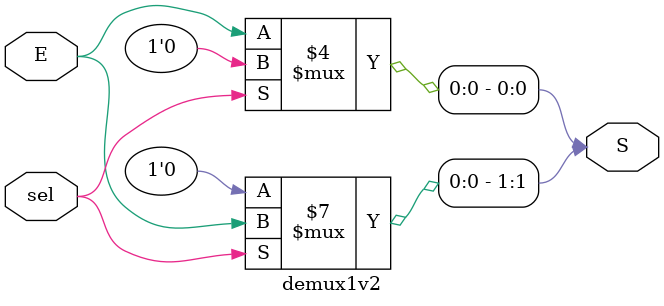
<source format=sv>
`timescale 1ns / 1ps


module demux1v2(
    input logic E, sel,
    output logic[1:0] S
    );
    
    always_comb begin
        if(sel==0) begin
        S[1] = 0;
        S[0] = E;
        end
        else begin
        S[0] = 0;
        S[1] = E;
        end
    end
endmodule

</source>
